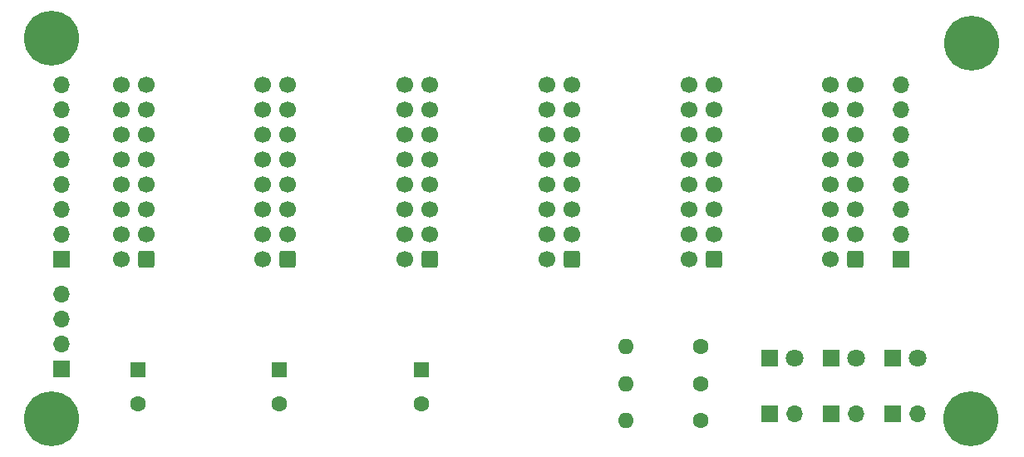
<source format=gbr>
%TF.GenerationSoftware,KiCad,Pcbnew,(7.0.0)*%
%TF.CreationDate,2023-07-04T10:09:35-04:00*%
%TF.ProjectId,merp,6d657270-2e6b-4696-9361-645f70636258,rev?*%
%TF.SameCoordinates,Original*%
%TF.FileFunction,Soldermask,Bot*%
%TF.FilePolarity,Negative*%
%FSLAX46Y46*%
G04 Gerber Fmt 4.6, Leading zero omitted, Abs format (unit mm)*
G04 Created by KiCad (PCBNEW (7.0.0)) date 2023-07-04 10:09:35*
%MOMM*%
%LPD*%
G01*
G04 APERTURE LIST*
G04 Aperture macros list*
%AMRoundRect*
0 Rectangle with rounded corners*
0 $1 Rounding radius*
0 $2 $3 $4 $5 $6 $7 $8 $9 X,Y pos of 4 corners*
0 Add a 4 corners polygon primitive as box body*
4,1,4,$2,$3,$4,$5,$6,$7,$8,$9,$2,$3,0*
0 Add four circle primitives for the rounded corners*
1,1,$1+$1,$2,$3*
1,1,$1+$1,$4,$5*
1,1,$1+$1,$6,$7*
1,1,$1+$1,$8,$9*
0 Add four rect primitives between the rounded corners*
20,1,$1+$1,$2,$3,$4,$5,0*
20,1,$1+$1,$4,$5,$6,$7,0*
20,1,$1+$1,$6,$7,$8,$9,0*
20,1,$1+$1,$8,$9,$2,$3,0*%
G04 Aperture macros list end*
%ADD10C,1.600000*%
%ADD11O,1.600000X1.600000*%
%ADD12RoundRect,0.250000X0.600000X0.600000X-0.600000X0.600000X-0.600000X-0.600000X0.600000X-0.600000X0*%
%ADD13C,1.700000*%
%ADD14R,1.600000X1.600000*%
%ADD15R,1.700000X1.700000*%
%ADD16O,1.700000X1.700000*%
%ADD17C,5.600000*%
%ADD18R,1.800000X1.800000*%
%ADD19C,1.800000*%
G04 APERTURE END LIST*
D10*
%TO.C,R2*%
X146620000Y-89820000D03*
D11*
X138999999Y-89819999D03*
%TD*%
D12*
%TO.C,J2*%
X104556500Y-77184000D03*
D13*
X102016500Y-77184000D03*
X104556500Y-74644000D03*
X102016500Y-74644000D03*
X104556500Y-72104000D03*
X102016500Y-72104000D03*
X104556500Y-69564000D03*
X102016500Y-69564000D03*
X104556500Y-67024000D03*
X102016500Y-67024000D03*
X104556500Y-64484000D03*
X102016500Y-64484000D03*
X104556500Y-61944000D03*
X102016500Y-61944000D03*
X104556500Y-59404000D03*
X102016500Y-59404000D03*
%TD*%
D14*
%TO.C,C3*%
X118176499Y-88427348D03*
D10*
X118176500Y-91927349D03*
%TD*%
D15*
%TO.C,J10*%
X166139999Y-92909999D03*
D16*
X168679999Y-92909999D03*
%TD*%
D12*
%TO.C,J1*%
X90100000Y-77184000D03*
D13*
X87560000Y-77184000D03*
X90100000Y-74644000D03*
X87560000Y-74644000D03*
X90100000Y-72104000D03*
X87560000Y-72104000D03*
X90100000Y-69564000D03*
X87560000Y-69564000D03*
X90100000Y-67024000D03*
X87560000Y-67024000D03*
X90100000Y-64484000D03*
X87560000Y-64484000D03*
X90100000Y-61944000D03*
X87560000Y-61944000D03*
X90100000Y-59404000D03*
X87560000Y-59404000D03*
%TD*%
D15*
%TO.C,J9*%
X159879999Y-92909999D03*
D16*
X162419999Y-92909999D03*
%TD*%
D17*
%TO.C,H3*%
X80518000Y-54610000D03*
%TD*%
D14*
%TO.C,C2*%
X103719999Y-88427348D03*
D10*
X103720000Y-91927349D03*
%TD*%
D12*
%TO.C,J4*%
X133469500Y-77184000D03*
D13*
X130929500Y-77184000D03*
X133469500Y-74644000D03*
X130929500Y-74644000D03*
X133469500Y-72104000D03*
X130929500Y-72104000D03*
X133469500Y-69564000D03*
X130929500Y-69564000D03*
X133469500Y-67024000D03*
X130929500Y-67024000D03*
X133469500Y-64484000D03*
X130929500Y-64484000D03*
X133469500Y-61944000D03*
X130929500Y-61944000D03*
X133469500Y-59404000D03*
X130929500Y-59404000D03*
%TD*%
D14*
%TO.C,C1*%
X89263499Y-88427348D03*
D10*
X89263500Y-91927349D03*
%TD*%
D12*
%TO.C,J3*%
X119013000Y-77184000D03*
D13*
X116473000Y-77184000D03*
X119013000Y-74644000D03*
X116473000Y-74644000D03*
X119013000Y-72104000D03*
X116473000Y-72104000D03*
X119013000Y-69564000D03*
X116473000Y-69564000D03*
X119013000Y-67024000D03*
X116473000Y-67024000D03*
X119013000Y-64484000D03*
X116473000Y-64484000D03*
X119013000Y-61944000D03*
X116473000Y-61944000D03*
X119013000Y-59404000D03*
X116473000Y-59404000D03*
%TD*%
D18*
%TO.C,D3*%
X166139999Y-87209999D03*
D19*
X168680000Y-87210000D03*
%TD*%
D10*
%TO.C,R3*%
X146620000Y-93560001D03*
D11*
X138999999Y-93560000D03*
%TD*%
D17*
%TO.C,H2*%
X174244000Y-55118000D03*
%TD*%
D18*
%TO.C,D1*%
X153619999Y-87209999D03*
D19*
X156160000Y-87210000D03*
%TD*%
D15*
%TO.C,J8*%
X153619999Y-92909999D03*
D16*
X156159999Y-92909999D03*
%TD*%
D18*
%TO.C,D2*%
X159879999Y-87209999D03*
D19*
X162420000Y-87210000D03*
%TD*%
D17*
%TO.C,H1*%
X174140000Y-93400000D03*
%TD*%
D10*
%TO.C,R1*%
X146620000Y-86080000D03*
D11*
X138999999Y-86079999D03*
%TD*%
D12*
%TO.C,J5*%
X147926000Y-77184000D03*
D13*
X145386000Y-77184000D03*
X147926000Y-74644000D03*
X145386000Y-74644000D03*
X147926000Y-72104000D03*
X145386000Y-72104000D03*
X147926000Y-69564000D03*
X145386000Y-69564000D03*
X147926000Y-67024000D03*
X145386000Y-67024000D03*
X147926000Y-64484000D03*
X145386000Y-64484000D03*
X147926000Y-61944000D03*
X145386000Y-61944000D03*
X147926000Y-59404000D03*
X145386000Y-59404000D03*
%TD*%
D17*
%TO.C,H4*%
X80518000Y-93400000D03*
%TD*%
D12*
%TO.C,J11*%
X162382500Y-77184000D03*
D13*
X159842500Y-77184000D03*
X162382500Y-74644000D03*
X159842500Y-74644000D03*
X162382500Y-72104000D03*
X159842500Y-72104000D03*
X162382500Y-69564000D03*
X159842500Y-69564000D03*
X162382500Y-67024000D03*
X159842500Y-67024000D03*
X162382500Y-64484000D03*
X159842500Y-64484000D03*
X162382500Y-61944000D03*
X159842500Y-61944000D03*
X162382500Y-59404000D03*
X159842500Y-59404000D03*
%TD*%
D15*
%TO.C,J12*%
X81529999Y-88349999D03*
D16*
X81529999Y-85809999D03*
X81529999Y-83269999D03*
X81529999Y-80729999D03*
%TD*%
D15*
%TO.C,J6*%
X81529999Y-77183999D03*
D16*
X81529999Y-74643999D03*
X81529999Y-72103999D03*
X81529999Y-69563999D03*
X81529999Y-67023999D03*
X81529999Y-64483999D03*
X81529999Y-61943999D03*
X81529999Y-59403999D03*
%TD*%
D15*
%TO.C,J7*%
X167054999Y-77183999D03*
D16*
X167054999Y-74643999D03*
X167054999Y-72103999D03*
X167054999Y-69563999D03*
X167054999Y-67023999D03*
X167054999Y-64483999D03*
X167054999Y-61943999D03*
X167054999Y-59403999D03*
%TD*%
M02*

</source>
